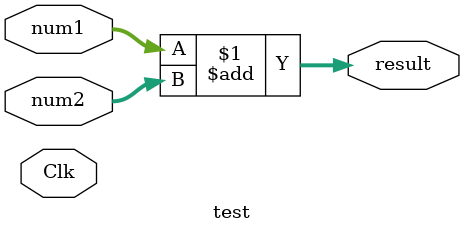
<source format=sv>
module test(input logic [3:0] num1,
				input logic [3:0] num2,
				input logic Clk,
				output logic [65535:0] result);
				logic [3:0] inter;
//			always_ff @ (posedge Clk)
//				result = num1 << 2;
				logic [3:0] color[307200];
			assign result = num1 + num2;
endmodule 
</source>
